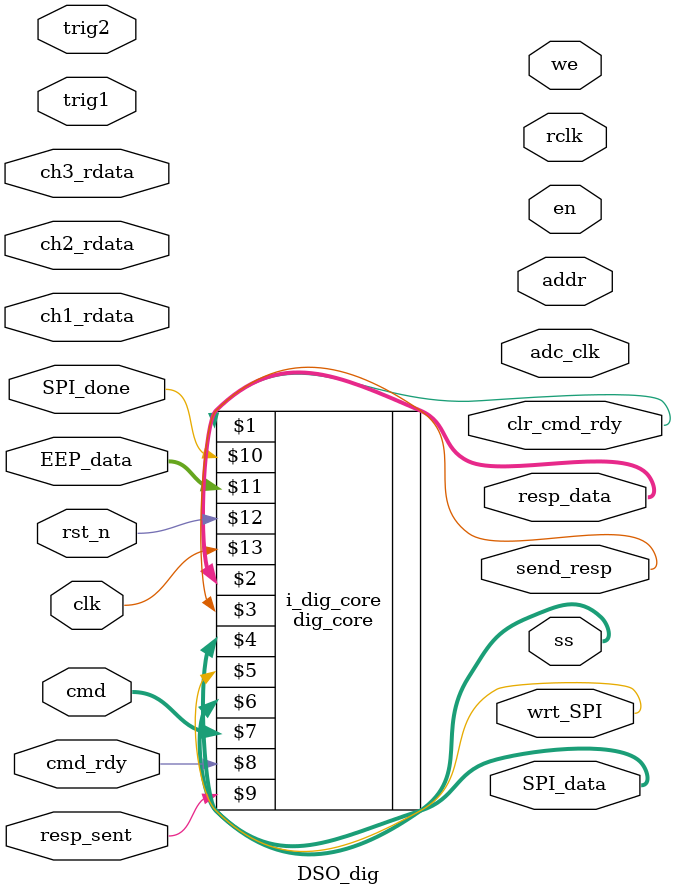
<source format=sv>
module DSO_dig(adc_clk,rclk,en,we,addr,clr_cmd_rdy,resp_data,send_resp,ss,wrt_SPI,SPI_data,SPI_done,cmd_rdy,resp_sent,EEP_data,cmd,rst_n,clk,ch1_rdata,ch2_rdata,ch3_rdata,trig1,trig2);
input  SPI_done,cmd_rdy,resp_sent,trig1,trig2,rst_n,clk;
input  [7:0]EEP_data;
input  [7:0]ch1_rdata,ch2_rdata,ch3_rdata;
input  [23:0]cmd;
output logic [15:0]SPI_data;
output logic clr_cmd_rdy,send_resp,wrt_SPI,rclk,en,we,adc_clk;
output logic [8:0]addr;
output logic [7:0]resp_data;
output logic [2:0]ss;	
	dig_core i_dig_core(clr_cmd_rdy,resp_data,send_resp,ss,wrt_SPI,SPI_data,cmd,cmd_rdy,resp_sent,SPI_done,EEP_data,rst_n,clk);
endmodule
</source>
